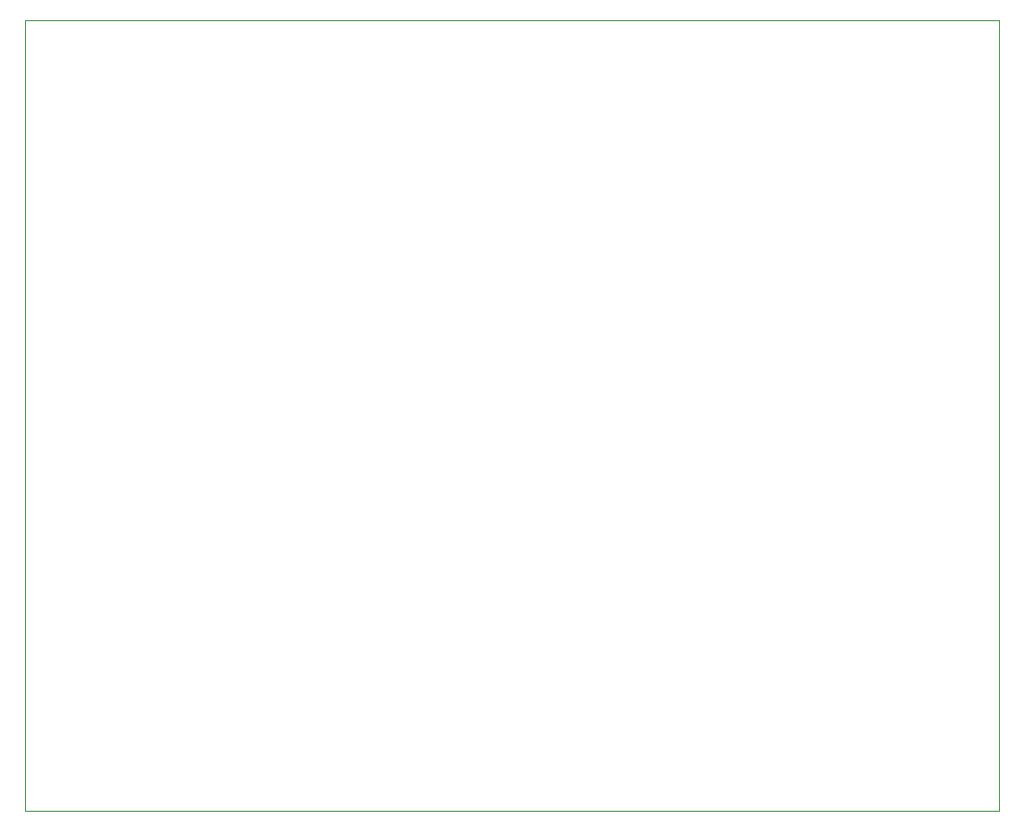
<source format=gbp>
%TF.GenerationSoftware,KiCad,Pcbnew,9.0.7*%
%TF.CreationDate,2026-02-20T22:18:56+01:00*%
%TF.ProjectId,Schematic.kicad_pcb_2,53636865-6d61-4746-9963-2e6b69636164,rev?*%
%TF.SameCoordinates,Original*%
%TF.FileFunction,Paste,Bot*%
%TF.FilePolarity,Positive*%
%FSLAX46Y46*%
G04 Gerber Fmt 4.6, Leading zero omitted, Abs format (unit mm)*
G04 Created by KiCad (PCBNEW 9.0.7) date 2026-02-20 22:18:56*
%MOMM*%
%LPD*%
G01*
G04 APERTURE LIST*
%TA.AperFunction,Profile*%
%ADD10C,0.050000*%
%TD*%
G04 APERTURE END LIST*
D10*
X18000000Y-14943750D02*
X103725000Y-14943750D01*
X103725000Y-84581250D01*
X18000000Y-84581250D01*
X18000000Y-14943750D01*
M02*

</source>
